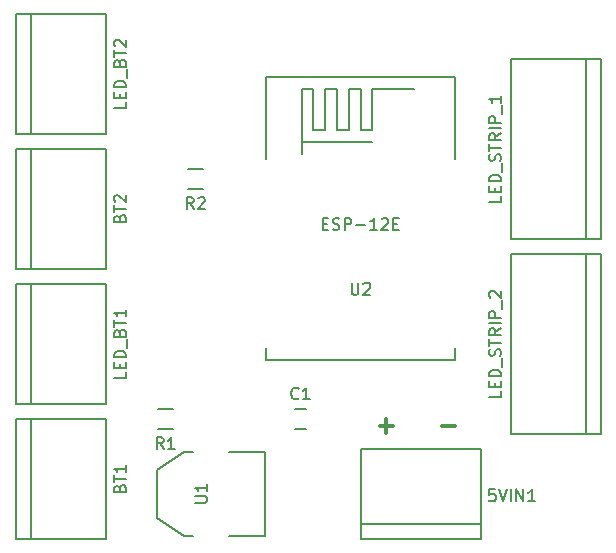
<source format=gbr>
G04 #@! TF.GenerationSoftware,KiCad,Pcbnew,5.0.0-fee4fd1~66~ubuntu16.04.1*
G04 #@! TF.CreationDate,2018-09-27T13:50:44+02:00*
G04 #@! TF.ProjectId,LedDimmer_ESP8266,4C656444696D6D65725F455350383236,rev?*
G04 #@! TF.SameCoordinates,Original*
G04 #@! TF.FileFunction,Legend,Top*
G04 #@! TF.FilePolarity,Positive*
%FSLAX46Y46*%
G04 Gerber Fmt 4.6, Leading zero omitted, Abs format (unit mm)*
G04 Created by KiCad (PCBNEW 5.0.0-fee4fd1~66~ubuntu16.04.1) date Thu Sep 27 13:50:44 2018*
%MOMM*%
%LPD*%
G01*
G04 APERTURE LIST*
%ADD10C,0.300000*%
%ADD11C,0.150000*%
G04 APERTURE END LIST*
D10*
X171785714Y-111107142D02*
X172928571Y-111107142D01*
X172357142Y-111678571D02*
X172357142Y-110535714D01*
X177071428Y-111107142D02*
X178214285Y-111107142D01*
D11*
G04 #@! TO.C,5VIN1*
X180340000Y-119380000D02*
X170180000Y-119380000D01*
X180340000Y-120650000D02*
X180340000Y-113030000D01*
X180340000Y-113030000D02*
X170180000Y-113030000D01*
X170180000Y-113030000D02*
X170180000Y-120650000D01*
X170180000Y-120650000D02*
X180340000Y-120650000D01*
G04 #@! TO.C,BT1*
X142240000Y-120650000D02*
X142240000Y-110490000D01*
X140970000Y-120650000D02*
X148590000Y-120650000D01*
X148590000Y-120650000D02*
X148590000Y-110490000D01*
X148590000Y-110490000D02*
X140970000Y-110490000D01*
X140970000Y-110490000D02*
X140970000Y-120650000D01*
G04 #@! TO.C,BT2*
X142240000Y-97790000D02*
X142240000Y-87630000D01*
X140970000Y-97790000D02*
X148590000Y-97790000D01*
X148590000Y-97790000D02*
X148590000Y-87630000D01*
X148590000Y-87630000D02*
X140970000Y-87630000D01*
X140970000Y-87630000D02*
X140970000Y-97790000D01*
G04 #@! TO.C,C1*
X165600000Y-109640000D02*
X164600000Y-109640000D01*
X164600000Y-111340000D02*
X165600000Y-111340000D01*
G04 #@! TO.C,LED_BT1*
X142240000Y-109220000D02*
X142240000Y-99060000D01*
X140970000Y-109220000D02*
X148590000Y-109220000D01*
X148590000Y-109220000D02*
X148590000Y-99060000D01*
X148590000Y-99060000D02*
X140970000Y-99060000D01*
X140970000Y-99060000D02*
X140970000Y-109220000D01*
G04 #@! TO.C,LED_BT2*
X142240000Y-86360000D02*
X142240000Y-76200000D01*
X140970000Y-86360000D02*
X148590000Y-86360000D01*
X148590000Y-86360000D02*
X148590000Y-76200000D01*
X148590000Y-76200000D02*
X140970000Y-76200000D01*
X140970000Y-76200000D02*
X140970000Y-86360000D01*
G04 #@! TO.C,LED_STRIP_1*
X190500000Y-95250000D02*
X182880000Y-95250000D01*
X190500000Y-80010000D02*
X182880000Y-80010000D01*
X189230000Y-95250000D02*
X189230000Y-80010000D01*
X182880000Y-95250000D02*
X182880000Y-80010000D01*
X190500000Y-95250000D02*
X190500000Y-80010000D01*
G04 #@! TO.C,LED_STRIP_2*
X190500000Y-111760000D02*
X182880000Y-111760000D01*
X190500000Y-96520000D02*
X182880000Y-96520000D01*
X189230000Y-111760000D02*
X189230000Y-96520000D01*
X182880000Y-111760000D02*
X182880000Y-96520000D01*
X190500000Y-111760000D02*
X190500000Y-96520000D01*
G04 #@! TO.C,R1*
X153070000Y-109615000D02*
X154270000Y-109615000D01*
X154270000Y-111365000D02*
X153070000Y-111365000D01*
G04 #@! TO.C,R2*
X155610000Y-89295000D02*
X156810000Y-89295000D01*
X156810000Y-91045000D02*
X155610000Y-91045000D01*
G04 #@! TO.C,U1*
X159004000Y-120396000D02*
X162052000Y-120396000D01*
X162052000Y-120396000D02*
X162052000Y-113284000D01*
X162052000Y-113284000D02*
X159004000Y-113284000D01*
X155956000Y-120396000D02*
X155194000Y-120396000D01*
X155194000Y-120396000D02*
X152908000Y-118872000D01*
X152908000Y-118872000D02*
X152908000Y-114808000D01*
X152908000Y-114808000D02*
X155194000Y-113284000D01*
X155194000Y-113284000D02*
X155956000Y-113284000D01*
G04 #@! TO.C,U2*
X165180000Y-87020000D02*
X171180000Y-87020000D01*
X165180000Y-88020000D02*
X165180000Y-82520000D01*
X165180000Y-82520000D02*
X166180000Y-82520000D01*
X166180000Y-82520000D02*
X166180000Y-86020000D01*
X166180000Y-86020000D02*
X167180000Y-86020000D01*
X167180000Y-86020000D02*
X167180000Y-82520000D01*
X167180000Y-82520000D02*
X168180000Y-82520000D01*
X168180000Y-82520000D02*
X168180000Y-86020000D01*
X168180000Y-86020000D02*
X169180000Y-86020000D01*
X169180000Y-86020000D02*
X169180000Y-82520000D01*
X169180000Y-82520000D02*
X170180000Y-82520000D01*
X170180000Y-82520000D02*
X170180000Y-86020000D01*
X170180000Y-86020000D02*
X171180000Y-86020000D01*
X171180000Y-86020000D02*
X171180000Y-82520000D01*
X171180000Y-82520000D02*
X174680000Y-82520000D01*
X162180000Y-88520000D02*
X162180000Y-81520000D01*
X162180000Y-81520000D02*
X178180000Y-81520000D01*
X178180000Y-81520000D02*
X178180000Y-88520000D01*
X162180000Y-104520000D02*
X162180000Y-105520000D01*
X162180000Y-105520000D02*
X178180000Y-105520000D01*
X178180000Y-105520000D02*
X178180000Y-104520000D01*
G04 #@! TO.C,5VIN1*
X181571428Y-116452380D02*
X181095238Y-116452380D01*
X181047619Y-116928571D01*
X181095238Y-116880952D01*
X181190476Y-116833333D01*
X181428571Y-116833333D01*
X181523809Y-116880952D01*
X181571428Y-116928571D01*
X181619047Y-117023809D01*
X181619047Y-117261904D01*
X181571428Y-117357142D01*
X181523809Y-117404761D01*
X181428571Y-117452380D01*
X181190476Y-117452380D01*
X181095238Y-117404761D01*
X181047619Y-117357142D01*
X181904761Y-116452380D02*
X182238095Y-117452380D01*
X182571428Y-116452380D01*
X182904761Y-117452380D02*
X182904761Y-116452380D01*
X183380952Y-117452380D02*
X183380952Y-116452380D01*
X183952380Y-117452380D01*
X183952380Y-116452380D01*
X184952380Y-117452380D02*
X184380952Y-117452380D01*
X184666666Y-117452380D02*
X184666666Y-116452380D01*
X184571428Y-116595238D01*
X184476190Y-116690476D01*
X184380952Y-116738095D01*
G04 #@! TO.C,BT1*
X149788571Y-116355714D02*
X149836190Y-116212857D01*
X149883809Y-116165238D01*
X149979047Y-116117619D01*
X150121904Y-116117619D01*
X150217142Y-116165238D01*
X150264761Y-116212857D01*
X150312380Y-116308095D01*
X150312380Y-116689047D01*
X149312380Y-116689047D01*
X149312380Y-116355714D01*
X149360000Y-116260476D01*
X149407619Y-116212857D01*
X149502857Y-116165238D01*
X149598095Y-116165238D01*
X149693333Y-116212857D01*
X149740952Y-116260476D01*
X149788571Y-116355714D01*
X149788571Y-116689047D01*
X149312380Y-115831904D02*
X149312380Y-115260476D01*
X150312380Y-115546190D02*
X149312380Y-115546190D01*
X150312380Y-114403333D02*
X150312380Y-114974761D01*
X150312380Y-114689047D02*
X149312380Y-114689047D01*
X149455238Y-114784285D01*
X149550476Y-114879523D01*
X149598095Y-114974761D01*
G04 #@! TO.C,BT2*
X149788571Y-93495714D02*
X149836190Y-93352857D01*
X149883809Y-93305238D01*
X149979047Y-93257619D01*
X150121904Y-93257619D01*
X150217142Y-93305238D01*
X150264761Y-93352857D01*
X150312380Y-93448095D01*
X150312380Y-93829047D01*
X149312380Y-93829047D01*
X149312380Y-93495714D01*
X149360000Y-93400476D01*
X149407619Y-93352857D01*
X149502857Y-93305238D01*
X149598095Y-93305238D01*
X149693333Y-93352857D01*
X149740952Y-93400476D01*
X149788571Y-93495714D01*
X149788571Y-93829047D01*
X149312380Y-92971904D02*
X149312380Y-92400476D01*
X150312380Y-92686190D02*
X149312380Y-92686190D01*
X149407619Y-92114761D02*
X149360000Y-92067142D01*
X149312380Y-91971904D01*
X149312380Y-91733809D01*
X149360000Y-91638571D01*
X149407619Y-91590952D01*
X149502857Y-91543333D01*
X149598095Y-91543333D01*
X149740952Y-91590952D01*
X150312380Y-92162380D01*
X150312380Y-91543333D01*
G04 #@! TO.C,C1*
X164933333Y-108747142D02*
X164885714Y-108794761D01*
X164742857Y-108842380D01*
X164647619Y-108842380D01*
X164504761Y-108794761D01*
X164409523Y-108699523D01*
X164361904Y-108604285D01*
X164314285Y-108413809D01*
X164314285Y-108270952D01*
X164361904Y-108080476D01*
X164409523Y-107985238D01*
X164504761Y-107890000D01*
X164647619Y-107842380D01*
X164742857Y-107842380D01*
X164885714Y-107890000D01*
X164933333Y-107937619D01*
X165885714Y-108842380D02*
X165314285Y-108842380D01*
X165600000Y-108842380D02*
X165600000Y-107842380D01*
X165504761Y-107985238D01*
X165409523Y-108080476D01*
X165314285Y-108128095D01*
G04 #@! TO.C,LED_BT1*
X150312380Y-106520952D02*
X150312380Y-106997142D01*
X149312380Y-106997142D01*
X149788571Y-106187619D02*
X149788571Y-105854285D01*
X150312380Y-105711428D02*
X150312380Y-106187619D01*
X149312380Y-106187619D01*
X149312380Y-105711428D01*
X150312380Y-105282857D02*
X149312380Y-105282857D01*
X149312380Y-105044761D01*
X149360000Y-104901904D01*
X149455238Y-104806666D01*
X149550476Y-104759047D01*
X149740952Y-104711428D01*
X149883809Y-104711428D01*
X150074285Y-104759047D01*
X150169523Y-104806666D01*
X150264761Y-104901904D01*
X150312380Y-105044761D01*
X150312380Y-105282857D01*
X150407619Y-104520952D02*
X150407619Y-103759047D01*
X149788571Y-103187619D02*
X149836190Y-103044761D01*
X149883809Y-102997142D01*
X149979047Y-102949523D01*
X150121904Y-102949523D01*
X150217142Y-102997142D01*
X150264761Y-103044761D01*
X150312380Y-103140000D01*
X150312380Y-103520952D01*
X149312380Y-103520952D01*
X149312380Y-103187619D01*
X149360000Y-103092380D01*
X149407619Y-103044761D01*
X149502857Y-102997142D01*
X149598095Y-102997142D01*
X149693333Y-103044761D01*
X149740952Y-103092380D01*
X149788571Y-103187619D01*
X149788571Y-103520952D01*
X149312380Y-102663809D02*
X149312380Y-102092380D01*
X150312380Y-102378095D02*
X149312380Y-102378095D01*
X150312380Y-101235238D02*
X150312380Y-101806666D01*
X150312380Y-101520952D02*
X149312380Y-101520952D01*
X149455238Y-101616190D01*
X149550476Y-101711428D01*
X149598095Y-101806666D01*
G04 #@! TO.C,LED_BT2*
X150312380Y-83660952D02*
X150312380Y-84137142D01*
X149312380Y-84137142D01*
X149788571Y-83327619D02*
X149788571Y-82994285D01*
X150312380Y-82851428D02*
X150312380Y-83327619D01*
X149312380Y-83327619D01*
X149312380Y-82851428D01*
X150312380Y-82422857D02*
X149312380Y-82422857D01*
X149312380Y-82184761D01*
X149360000Y-82041904D01*
X149455238Y-81946666D01*
X149550476Y-81899047D01*
X149740952Y-81851428D01*
X149883809Y-81851428D01*
X150074285Y-81899047D01*
X150169523Y-81946666D01*
X150264761Y-82041904D01*
X150312380Y-82184761D01*
X150312380Y-82422857D01*
X150407619Y-81660952D02*
X150407619Y-80899047D01*
X149788571Y-80327619D02*
X149836190Y-80184761D01*
X149883809Y-80137142D01*
X149979047Y-80089523D01*
X150121904Y-80089523D01*
X150217142Y-80137142D01*
X150264761Y-80184761D01*
X150312380Y-80280000D01*
X150312380Y-80660952D01*
X149312380Y-80660952D01*
X149312380Y-80327619D01*
X149360000Y-80232380D01*
X149407619Y-80184761D01*
X149502857Y-80137142D01*
X149598095Y-80137142D01*
X149693333Y-80184761D01*
X149740952Y-80232380D01*
X149788571Y-80327619D01*
X149788571Y-80660952D01*
X149312380Y-79803809D02*
X149312380Y-79232380D01*
X150312380Y-79518095D02*
X149312380Y-79518095D01*
X149407619Y-78946666D02*
X149360000Y-78899047D01*
X149312380Y-78803809D01*
X149312380Y-78565714D01*
X149360000Y-78470476D01*
X149407619Y-78422857D01*
X149502857Y-78375238D01*
X149598095Y-78375238D01*
X149740952Y-78422857D01*
X150312380Y-78994285D01*
X150312380Y-78375238D01*
G04 #@! TO.C,LED_STRIP_1*
X182062380Y-91606190D02*
X182062380Y-92082380D01*
X181062380Y-92082380D01*
X181538571Y-91272857D02*
X181538571Y-90939523D01*
X182062380Y-90796666D02*
X182062380Y-91272857D01*
X181062380Y-91272857D01*
X181062380Y-90796666D01*
X182062380Y-90368095D02*
X181062380Y-90368095D01*
X181062380Y-90130000D01*
X181110000Y-89987142D01*
X181205238Y-89891904D01*
X181300476Y-89844285D01*
X181490952Y-89796666D01*
X181633809Y-89796666D01*
X181824285Y-89844285D01*
X181919523Y-89891904D01*
X182014761Y-89987142D01*
X182062380Y-90130000D01*
X182062380Y-90368095D01*
X182157619Y-89606190D02*
X182157619Y-88844285D01*
X182014761Y-88653809D02*
X182062380Y-88510952D01*
X182062380Y-88272857D01*
X182014761Y-88177619D01*
X181967142Y-88130000D01*
X181871904Y-88082380D01*
X181776666Y-88082380D01*
X181681428Y-88130000D01*
X181633809Y-88177619D01*
X181586190Y-88272857D01*
X181538571Y-88463333D01*
X181490952Y-88558571D01*
X181443333Y-88606190D01*
X181348095Y-88653809D01*
X181252857Y-88653809D01*
X181157619Y-88606190D01*
X181110000Y-88558571D01*
X181062380Y-88463333D01*
X181062380Y-88225238D01*
X181110000Y-88082380D01*
X181062380Y-87796666D02*
X181062380Y-87225238D01*
X182062380Y-87510952D02*
X181062380Y-87510952D01*
X182062380Y-86320476D02*
X181586190Y-86653809D01*
X182062380Y-86891904D02*
X181062380Y-86891904D01*
X181062380Y-86510952D01*
X181110000Y-86415714D01*
X181157619Y-86368095D01*
X181252857Y-86320476D01*
X181395714Y-86320476D01*
X181490952Y-86368095D01*
X181538571Y-86415714D01*
X181586190Y-86510952D01*
X181586190Y-86891904D01*
X182062380Y-85891904D02*
X181062380Y-85891904D01*
X182062380Y-85415714D02*
X181062380Y-85415714D01*
X181062380Y-85034761D01*
X181110000Y-84939523D01*
X181157619Y-84891904D01*
X181252857Y-84844285D01*
X181395714Y-84844285D01*
X181490952Y-84891904D01*
X181538571Y-84939523D01*
X181586190Y-85034761D01*
X181586190Y-85415714D01*
X182157619Y-84653809D02*
X182157619Y-83891904D01*
X182062380Y-83130000D02*
X182062380Y-83701428D01*
X182062380Y-83415714D02*
X181062380Y-83415714D01*
X181205238Y-83510952D01*
X181300476Y-83606190D01*
X181348095Y-83701428D01*
G04 #@! TO.C,LED_STRIP_2*
X182062380Y-108116190D02*
X182062380Y-108592380D01*
X181062380Y-108592380D01*
X181538571Y-107782857D02*
X181538571Y-107449523D01*
X182062380Y-107306666D02*
X182062380Y-107782857D01*
X181062380Y-107782857D01*
X181062380Y-107306666D01*
X182062380Y-106878095D02*
X181062380Y-106878095D01*
X181062380Y-106640000D01*
X181110000Y-106497142D01*
X181205238Y-106401904D01*
X181300476Y-106354285D01*
X181490952Y-106306666D01*
X181633809Y-106306666D01*
X181824285Y-106354285D01*
X181919523Y-106401904D01*
X182014761Y-106497142D01*
X182062380Y-106640000D01*
X182062380Y-106878095D01*
X182157619Y-106116190D02*
X182157619Y-105354285D01*
X182014761Y-105163809D02*
X182062380Y-105020952D01*
X182062380Y-104782857D01*
X182014761Y-104687619D01*
X181967142Y-104640000D01*
X181871904Y-104592380D01*
X181776666Y-104592380D01*
X181681428Y-104640000D01*
X181633809Y-104687619D01*
X181586190Y-104782857D01*
X181538571Y-104973333D01*
X181490952Y-105068571D01*
X181443333Y-105116190D01*
X181348095Y-105163809D01*
X181252857Y-105163809D01*
X181157619Y-105116190D01*
X181110000Y-105068571D01*
X181062380Y-104973333D01*
X181062380Y-104735238D01*
X181110000Y-104592380D01*
X181062380Y-104306666D02*
X181062380Y-103735238D01*
X182062380Y-104020952D02*
X181062380Y-104020952D01*
X182062380Y-102830476D02*
X181586190Y-103163809D01*
X182062380Y-103401904D02*
X181062380Y-103401904D01*
X181062380Y-103020952D01*
X181110000Y-102925714D01*
X181157619Y-102878095D01*
X181252857Y-102830476D01*
X181395714Y-102830476D01*
X181490952Y-102878095D01*
X181538571Y-102925714D01*
X181586190Y-103020952D01*
X181586190Y-103401904D01*
X182062380Y-102401904D02*
X181062380Y-102401904D01*
X182062380Y-101925714D02*
X181062380Y-101925714D01*
X181062380Y-101544761D01*
X181110000Y-101449523D01*
X181157619Y-101401904D01*
X181252857Y-101354285D01*
X181395714Y-101354285D01*
X181490952Y-101401904D01*
X181538571Y-101449523D01*
X181586190Y-101544761D01*
X181586190Y-101925714D01*
X182157619Y-101163809D02*
X182157619Y-100401904D01*
X181157619Y-100211428D02*
X181110000Y-100163809D01*
X181062380Y-100068571D01*
X181062380Y-99830476D01*
X181110000Y-99735238D01*
X181157619Y-99687619D01*
X181252857Y-99640000D01*
X181348095Y-99640000D01*
X181490952Y-99687619D01*
X182062380Y-100259047D01*
X182062380Y-99640000D01*
G04 #@! TO.C,R1*
X153503333Y-113042380D02*
X153170000Y-112566190D01*
X152931904Y-113042380D02*
X152931904Y-112042380D01*
X153312857Y-112042380D01*
X153408095Y-112090000D01*
X153455714Y-112137619D01*
X153503333Y-112232857D01*
X153503333Y-112375714D01*
X153455714Y-112470952D01*
X153408095Y-112518571D01*
X153312857Y-112566190D01*
X152931904Y-112566190D01*
X154455714Y-113042380D02*
X153884285Y-113042380D01*
X154170000Y-113042380D02*
X154170000Y-112042380D01*
X154074761Y-112185238D01*
X153979523Y-112280476D01*
X153884285Y-112328095D01*
G04 #@! TO.C,R2*
X156043333Y-92722380D02*
X155710000Y-92246190D01*
X155471904Y-92722380D02*
X155471904Y-91722380D01*
X155852857Y-91722380D01*
X155948095Y-91770000D01*
X155995714Y-91817619D01*
X156043333Y-91912857D01*
X156043333Y-92055714D01*
X155995714Y-92150952D01*
X155948095Y-92198571D01*
X155852857Y-92246190D01*
X155471904Y-92246190D01*
X156424285Y-91817619D02*
X156471904Y-91770000D01*
X156567142Y-91722380D01*
X156805238Y-91722380D01*
X156900476Y-91770000D01*
X156948095Y-91817619D01*
X156995714Y-91912857D01*
X156995714Y-92008095D01*
X156948095Y-92150952D01*
X156376666Y-92722380D01*
X156995714Y-92722380D01*
G04 #@! TO.C,U1*
X156170380Y-117601904D02*
X156979904Y-117601904D01*
X157075142Y-117554285D01*
X157122761Y-117506666D01*
X157170380Y-117411428D01*
X157170380Y-117220952D01*
X157122761Y-117125714D01*
X157075142Y-117078095D01*
X156979904Y-117030476D01*
X156170380Y-117030476D01*
X157170380Y-116030476D02*
X157170380Y-116601904D01*
X157170380Y-116316190D02*
X156170380Y-116316190D01*
X156313238Y-116411428D01*
X156408476Y-116506666D01*
X156456095Y-116601904D01*
G04 #@! TO.C,U2*
X169418095Y-98972380D02*
X169418095Y-99781904D01*
X169465714Y-99877142D01*
X169513333Y-99924761D01*
X169608571Y-99972380D01*
X169799047Y-99972380D01*
X169894285Y-99924761D01*
X169941904Y-99877142D01*
X169989523Y-99781904D01*
X169989523Y-98972380D01*
X170418095Y-99067619D02*
X170465714Y-99020000D01*
X170560952Y-98972380D01*
X170799047Y-98972380D01*
X170894285Y-99020000D01*
X170941904Y-99067619D01*
X170989523Y-99162857D01*
X170989523Y-99258095D01*
X170941904Y-99400952D01*
X170370476Y-99972380D01*
X170989523Y-99972380D01*
X166965714Y-93948571D02*
X167299047Y-93948571D01*
X167441904Y-94472380D02*
X166965714Y-94472380D01*
X166965714Y-93472380D01*
X167441904Y-93472380D01*
X167822857Y-94424761D02*
X167965714Y-94472380D01*
X168203809Y-94472380D01*
X168299047Y-94424761D01*
X168346666Y-94377142D01*
X168394285Y-94281904D01*
X168394285Y-94186666D01*
X168346666Y-94091428D01*
X168299047Y-94043809D01*
X168203809Y-93996190D01*
X168013333Y-93948571D01*
X167918095Y-93900952D01*
X167870476Y-93853333D01*
X167822857Y-93758095D01*
X167822857Y-93662857D01*
X167870476Y-93567619D01*
X167918095Y-93520000D01*
X168013333Y-93472380D01*
X168251428Y-93472380D01*
X168394285Y-93520000D01*
X168822857Y-94472380D02*
X168822857Y-93472380D01*
X169203809Y-93472380D01*
X169299047Y-93520000D01*
X169346666Y-93567619D01*
X169394285Y-93662857D01*
X169394285Y-93805714D01*
X169346666Y-93900952D01*
X169299047Y-93948571D01*
X169203809Y-93996190D01*
X168822857Y-93996190D01*
X169822857Y-94091428D02*
X170584761Y-94091428D01*
X171584761Y-94472380D02*
X171013333Y-94472380D01*
X171299047Y-94472380D02*
X171299047Y-93472380D01*
X171203809Y-93615238D01*
X171108571Y-93710476D01*
X171013333Y-93758095D01*
X171965714Y-93567619D02*
X172013333Y-93520000D01*
X172108571Y-93472380D01*
X172346666Y-93472380D01*
X172441904Y-93520000D01*
X172489523Y-93567619D01*
X172537142Y-93662857D01*
X172537142Y-93758095D01*
X172489523Y-93900952D01*
X171918095Y-94472380D01*
X172537142Y-94472380D01*
X172965714Y-93948571D02*
X173299047Y-93948571D01*
X173441904Y-94472380D02*
X172965714Y-94472380D01*
X172965714Y-93472380D01*
X173441904Y-93472380D01*
G04 #@! TD*
M02*

</source>
